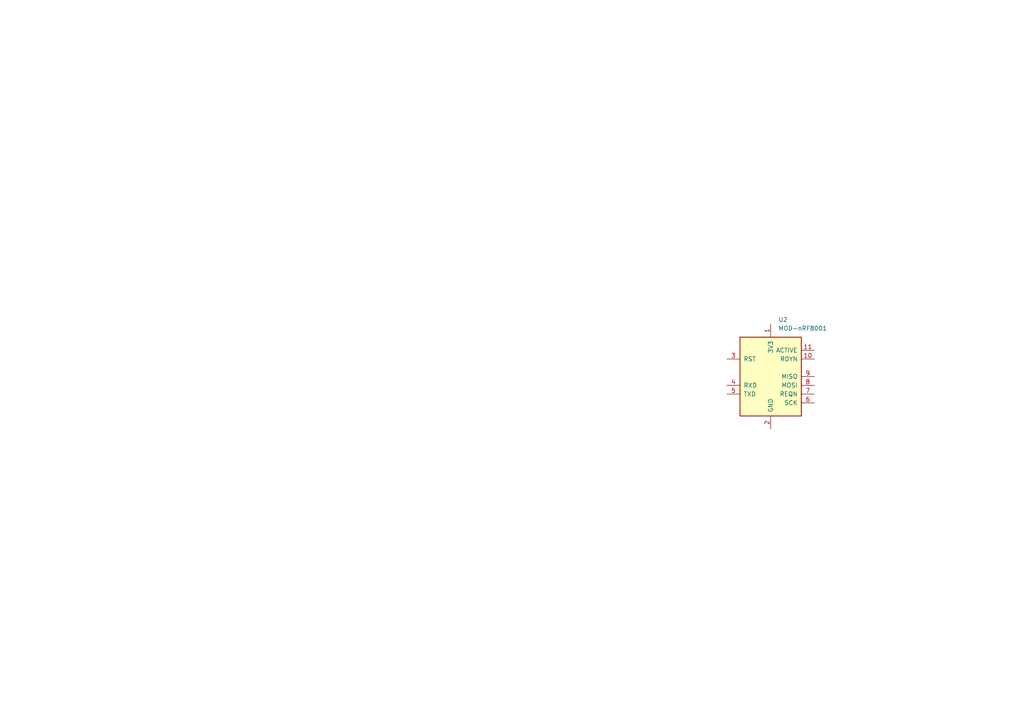
<source format=kicad_sch>
(kicad_sch (version 20230121) (generator eeschema)
  (paper "A4")
  (lib_symbols
    (symbol "Device:C_Polarized_US" (pin_numbers hide) (pin_names (offset 0.254) hide)
      (property "Reference" "C" (at 0.635 2.54 0))
      (property "Value" "C_Polarized_US" (at 0.635 -2.54 0))
      (symbol "C_Polarized_US_0_1"
        (polyline (pts (xy -2.032 0.762) (xy 2.032 0.762)) (stroke (width 0.508)))
        (polyline (pts (xy -1.778 2.286) (xy -0.762 2.286)))
        (polyline (pts (xy -1.27 1.778) (xy -1.27 2.794)))
        (arc (start 2.032 -1.27) (mid 0 -0.5572) (end -2.032 -1.27) (stroke (width 0.508)))
      )
      (symbol "C_Polarized_US_1_1"
        (pin passive line (at 0 3.81 270) (length 2.794) (name "~") (number "1"))
        (pin passive line (at 0 -3.81 90) (length 3.302) (name "~") (number "2"))
      )
    )
    (symbol "MCU_Microchip_SAMA:ATSAMA5D21"
      (property "Reference" "U" (at 0 63.5 0))
      (property "Value" "ATSAMA5D21" (at 0 60.96 0))
      (symbol "ATSAMA5D21_1_1"
        (rectangle (start 1.27 20.32) (end -5.08 -17.78) (fill (type background)))
        (pin bidirectional line (at 5.08 0 180) (length 3.81) (name "PA25") (number "L10"))
        (pin bidirectional line (at 5.08 17.78 180) (length 3.81) (name "PA18") (number "L9"))
        (pin bidirectional line (at 5.08 10.16 180) (length 3.81) (name "PA21") (number "M10"))
        (pin bidirectional line (at 5.08 -7.62 180) (length 3.81) (name "PA28") (number "M11"))
        (pin bidirectional line (at 5.08 -15.24 180) (length 3.81) (name "PA31") (number "M12"))
        (pin bidirectional line (at 5.08 12.7 180) (length 3.81) (name "PA20") (number "M9"))
        (pin bidirectional line (at 5.08 2.54 180) (length 3.81) (name "PA24") (number "N10"))
        (pin bidirectional line (at 5.08 -10.16 180) (length 3.81) (name "PA29") (number "N11"))
        (pin bidirectional line (at 5.08 -12.7 180) (length 3.81) (name "PA30") (number "N12"))
        (pin bidirectional line (at 5.08 15.24 180) (length 3.81) (name "PA19") (number "N9"))
        (pin bidirectional line (at 5.08 5.08 180) (length 3.81) (name "PA23") (number "P10"))
        (pin bidirectional line (at 5.08 -2.54 180) (length 3.81) (name "PA26") (number "P11"))
        (pin bidirectional line (at 5.08 -5.08 180) (length 3.81) (name "PA27") (number "P12"))
        (pin bidirectional line (at 5.08 7.62 180) (length 3.81) (name "PA22") (number "P9"))
      )
      (symbol "ATSAMA5D21_2_1"
        (rectangle (start -5.08 43.18) (end 1.27 -40.64) (stroke (width 0.254)) (fill (type background)))
        (pin bidirectional line (at 5.08 15.24 180) (length 3.81) (name "PB10") (number "A1"))
        (pin bidirectional line (at 5.08 20.32 180) (length 3.81) (name "PB8") (number "A2"))
        (pin bidirectional line (at 5.08 25.4 180) (length 3.81) (name "PB6") (number "A3"))
        (pin bidirectional line (at 5.08 30.48 180) (length 3.81) (name "PB4") (number "A4"))
        (pin bidirectional line (at 5.08 38.1 180) (length 3.81) (name "PB1") (number "A5"))
        (pin bidirectional line (at 5.08 40.64 180) (length 3.81) (name "PB0") (number "A6"))
        (pin bidirectional line (at 5.08 12.7 180) (length 3.81) (name "PB11") (number "B1"))
        (pin bidirectional line (at 5.08 10.16 180) (length 3.81) (name "PB12") (number "B2"))
        (pin bidirectional line (at 5.08 17.78 180) (length 3.81) (name "PB9") (number "B3"))
        (pin bidirectional line (at 5.08 22.86 180) (length 3.81) (name "PB7") (number "B4"))
        (pin bidirectional line (at 5.08 33.02 180) (length 3.81) (name "PB3") (number "B5"))
        (pin bidirectional line (at 5.08 35.56 180) (length 3.81) (name "PB2") (number "B6"))
        (pin bidirectional line (at 5.08 7.62 180) (length 3.81) (name "PB13") (number "C1"))
        (pin bidirectional line (at 5.08 -2.54 180) (length 3.81) (name "PB17") (number "C2"))
        (pin bidirectional line (at 5.08 -10.16 180) (length 3.81) (name "PB20") (number "C3"))
        (pin bidirectional line (at 5.08 -7.62 180) (length 3.81) (name "PB19") (number "C4"))
        (pin bidirectional line (at 5.08 0 180) (length 3.81) (name "PB16") (number "C5"))
        (pin bidirectional line (at 5.08 -12.7 180) (length 3.81) (name "PB21") (number "D1"))
        (pin bidirectional line (at 5.08 -15.24 180) (length 3.81) (name "PB22") (number "D2"))
        (pin bidirectional line (at 5.08 -20.32 180) (length 3.81) (name "PB24") (number "D3"))
        (pin bidirectional line (at 5.08 -5.08 180) (length 3.81) (name "PB18") (number "D4"))
        (pin bidirectional line (at 5.08 5.08 180) (length 3.81) (name "PB14") (number "D5"))
        (pin bidirectional line (at 5.08 27.94 180) (length 3.81) (name "PB5") (number "D6"))
        (pin bidirectional line (at 5.08 -17.78 180) (length 3.81) (name "PB23") (number "E1"))
        (pin bidirectional line (at 5.08 -25.4 180) (length 3.81) (name "PB26") (number "E2"))
        (pin bidirectional line (at 5.08 -22.86 180) (length 3.81) (name "PB25") (number "E3"))
        (pin bidirectional line (at 5.08 2.54 180) (length 3.81) (name "PB15") (number "E5"))
        (pin bidirectional line (at 5.08 -27.94 180) (length 3.81) (name "PB27") (number "E6"))
        (pin bidirectional line (at 5.08 -30.48 180) (length 3.81) (name "PB28") (number "F1"))
        (pin bidirectional line (at 5.08 -35.56 180) (length 3.81) (name "PB30") (number "F2"))
        (pin bidirectional line (at 5.08 -33.02 180) (length 3.81) (name "PB29") (number "F6"))
        (pin bidirectional line (at 5.08 -38.1 180) (length 3.81) (name "PB31") (number "F7"))
      )
      (symbol "ATSAMA5D21_3_1"
        (rectangle (start -5.08 -12.7) (end 1.27 12.7) (stroke (width 0.254)) (fill (type background)))
        (pin bidirectional line (at 5.08 -2.54 180) (length 3.81) (name "PC5") (number "J8"))
        (pin bidirectional line (at 5.08 -10.16 180) (length 3.81) (name "PC8") (number "J9"))
        (pin bidirectional line (at 5.08 2.54 180) (length 3.81) (name "PC3") (number "K10"))
        (pin bidirectional line (at 5.08 10.16 180) (length 3.81) (name "PC0") (number "M13"))
        (pin bidirectional line (at 5.08 -7.62 180) (length 3.81) (name "PC7") (number "M14"))
        (pin bidirectional line (at 5.08 5.08 180) (length 3.81) (name "PC2") (number "N13"))
        (pin bidirectional line (at 5.08 -5.08 180) (length 3.81) (name "PC6") (number "N14"))
        (pin bidirectional line (at 5.08 7.62 180) (length 3.81) (name "PC1") (number "P13"))
        (pin bidirectional line (at 5.08 0 180) (length 3.81) (name "PC4") (number "P14"))
      )
      (symbol "ATSAMA5D21_4_1"
        (rectangle (start -5.08 22.86) (end 1.27 -22.86) (stroke (width 0.254)) (fill (type background)))
        (pin bidirectional line (at 5.08 17.78 180) (length 3.81) (name "PD8") (number "F3"))
        (pin bidirectional line (at 5.08 20.32 180) (length 3.81) (name "PD7") (number "F5"))
        (pin bidirectional line (at 5.08 -2.54 180) (length 3.81) (name "PD16") (number "G1"))
        (pin bidirectional line (at 5.08 -5.08 180) (length 3.81) (name "PD17") (number "G2"))
        (pin bidirectional line (at 5.08 -7.62 180) (length 3.81) (name "PD18") (number "G3"))
        (pin bidirectional line (at 5.08 12.7 180) (length 3.81) (name "PD10") (number "G4"))
        (pin bidirectional line (at 5.08 15.24 180) (length 3.81) (name "PD9") (number "G5"))
        (pin bidirectional line (at 5.08 2.54 180) (length 3.81) (name "PD14") (number "G6"))
        (pin bidirectional line (at 5.08 10.16 180) (length 3.81) (name "PD11") (number "H1"))
        (pin bidirectional line (at 5.08 5.08 180) (length 3.81) (name "PD13") (number "H3"))
        (pin bidirectional line (at 5.08 -10.16 180) (length 3.81) (name "PD19") (number "H4"))
        (pin bidirectional line (at 5.08 0 180) (length 3.81) (name "PD15") (number "H5"))
        (pin bidirectional line (at 5.08 7.62 180) (length 3.81) (name "PD12") (number "H6"))
        (pin bidirectional line (at 5.08 -12.7 180) (length 3.81) (name "PD20") (number "J1"))
        (pin bidirectional line (at 5.08 -17.78 180) (length 3.81) (name "PD22") (number "J3"))
        (pin bidirectional line (at 5.08 -15.24 180) (length 3.81) (name "PD21") (number "K1"))
        (pin bidirectional line (at 5.08 -20.32 180) (length 3.81) (name "PD23") (number "K2"))
      )
      (symbol "ATSAMA5D21_5_1"
        (rectangle (start -13.97 11.43) (end 11.43 -8.89) (fill (type background)))
        (pin power_in line (at -7.62 15.24 270) (length 3.81) (name "VDDIOP0") (number "D7"))
        (pin power_in line (at -7.62 -12.7 90) (length 3.81) (name "GNDIOP0") (number "E4"))
        (pin passive line (at -7.62 -12.7 90) (length 3.81) hide (name "GNDIOP0") (number "E7"))
        (pin power_in line (at -10.16 15.24 270) (length 3.81) (name "VDDCORE") (number "E8"))
        (pin passive line (at -7.62 15.24 270) (length 3.81) hide (name "VDDIOP0") (number "F4"))
        (pin power_in line (at -10.16 -12.7 90) (length 3.81) (name "GNDCORE") (number "F8"))
        (pin passive line (at -10.16 -12.7 90) (length 3.81) hide (name "GNDCORE") (number "G7"))
        (pin passive line (at -10.16 15.24 270) (length 3.81) hide (name "VDDCORE") (number "G8"))
        (pin passive line (at -10.16 -12.7 90) (length 3.81) hide (name "GNDCORE") (number "G9"))
        (pin passive line (at 7.62 15.24 270) (length 3.81) hide (name "VDDANA") (number "H2"))
        (pin passive line (at -10.16 -12.7 90) (length 3.81) hide (name "GNDCORE") (number "H7"))
        (pin passive line (at -10.16 15.24 270) (length 3.81) hide (name "VDDCORE") (number "H8"))
        (pin passive line (at -10.16 15.24 270) (length 3.81) hide (name "VDDCORE") (number "H9"))
        (pin passive line (at 7.62 -12.7 90) (length 3.81) hide (name "GNDANA") (number "J2"))
        (pin passive line (at -10.16 -12.7 90) (length 3.81) hide (name "GNDCORE") (number "J4"))
        (pin passive line (at -10.16 15.24 270) (length 3.81) hide (name "VDDCORE") (number "J5"))
        (pin power_in line (at 7.62 15.24 270) (length 3.81) (name "VDDANA") (number "K3"))
        (pin power_in line (at 7.62 -12.7 90) (length 3.81) (name "GNDANA") (number "K4"))
        (pin power_in line (at -5.08 15.24 270) (length 3.81) (name "VDDIOP1") (number "K8"))
        (pin power_in line (at -5.08 -12.7 90) (length 3.81) (name "GNDIOP1") (number "K9"))
        (pin passive line (at -5.08 15.24 270) (length 3.81) hide (name "VDDIOP1") (number "L11"))
        (pin passive line (at -5.08 -12.7 90) (length 3.81) hide (name "GNDIOP1") (number "L12"))
        (pin power_in line (at 5.08 15.24 270) (length 3.81) (name "ADVREF") (number "L2"))
        (pin power_in line (at 2.54 -12.7 90) (length 3.81) (name "GNDDPLL") (number "L6"))
        (pin power_in line (at 0 15.24 270) (length 3.81) (name "VDDPLLA") (number "P3"))
        (pin power_in line (at 0 -12.7 90) (length 3.81) (name "GNDPLLA") (number "P4"))
      )
      (symbol "ATSAMA5D21_6_1"
        (rectangle (start -16.51 44.45) (end 13.97 -46.99) (fill (type background)))
        (pin bidirectional line (at -20.32 20.32 0) (length 3.81) (name "DDR_D6") (number "A10"))
        (pin output line (at 17.78 7.62 180) (length 3.81) (name "DDR_A11") (number "A11"))
        (pin output line (at 17.78 27.94 180) (length 3.81) (name "DDR_A3") (number "A12"))
        (pin output line (at 17.78 -2.54 180) (length 3.81) (name "DDR_CLK") (number "A13"))
        (pin output line (at 17.78 -15.24 180) (length 3.81) (name "DDR_WE") (number "A14"))
        (pin bidirectional line (at -20.32 33.02 0) (length 3.81) (name "DDR_D1") (number "A7"))
        (pin output line (at 17.78 -33.02 180) (length 3.81) (name "DDR_DQSN0") (number "A8"))
        (pin bidirectional line (at -20.32 25.4 0) (length 3.81) (name "DDR_D4") (number "A9"))
        (pin bidirectional line (at -20.32 17.78 0) (length 3.81) (name "DDR_D7") (number "B10"))
        (pin output line (at 17.78 5.08 180) (length 3.81) (name "DDR_A12") (number "B11"))
        (pin output line (at 17.78 30.48 180) (length 3.81) (name "DDR_A2") (number "B12"))
        (pin output line (at 17.78 -5.08 180) (length 3.81) (name "DDR_CLKN") (number "B13"))
        (pin output line (at 17.78 20.32 180) (length 3.81) (name "DDR_A6") (number "B14"))
        (pin bidirectional line (at -20.32 35.56 0) (length 3.81) (name "DDR_D0") (number "B7"))
        (pin output line (at 17.78 -27.94 180) (length 3.81) (name "DDR_DQS0") (number "B8"))
        (pin bidirectional line (at -20.32 27.94 0) (length 3.81) (name "DDR_D3") (number "B9"))
        (pin output line (at 17.78 15.24 180) (length 3.81) (name "DDR_A8") (number "C10"))
        (pin output line (at 17.78 33.02 180) (length 3.81) (name "DDR_A1") (number "C11"))
        (pin power_in line (at 0 48.26 270) (length 3.81) (name "DDR_VREF") (number "C12"))
        (pin output line (at 17.78 -20.32 180) (length 3.81) (name "DDR_CAS") (number "C13"))
        (pin output line (at 17.78 -17.78 180) (length 3.81) (name "DDR_RAS") (number "C14"))
        (pin power_in line (at -5.08 48.26 270) (length 3.81) (name "VDDIODDR") (number "C6"))
        (pin power_in line (at -5.08 -50.8 90) (length 3.81) (name "GNDIODDR") (number "C7"))
        (pin bidirectional line (at -20.32 30.48 0) (length 3.81) (name "DDR_D2") (number "C8"))
        (pin bidirectional line (at -20.32 22.86 0) (length 3.81) (name "DDR_D5") (number "C9"))
        (pin output line (at 17.78 12.7 180) (length 3.81) (name "DDR_A9") (number "D10"))
        (pin output line (at 17.78 25.4 180) (length 3.81) (name "DDR_A4") (number "D11"))
        (pin passive line (at -5.08 -50.8 90) (length 3.81) hide (name "GNDIODDR") (number "D12"))
        (pin output line (at 17.78 40.64 180) (length 3.81) (name "~{DDR_RESET}") (number "D13"))
        (pin output line (at 17.78 22.86 180) (length 3.81) (name "DDR_A5") (number "D14"))
        (pin output line (at 17.78 -22.86 180) (length 3.81) (name "DDR_DQM0") (number "D8"))
        (pin output line (at 17.78 17.78 180) (length 3.81) (name "DDR_A7") (number "D9"))
        (pin passive line (at -5.08 48.26 270) (length 3.81) hide (name "VDDIODDR") (number "E10"))
        (pin output line (at 17.78 35.56 180) (length 3.81) (name "DDR_A0") (number "E11"))
        (pin passive line (at -5.08 48.26 270) (length 3.81) hide (name "VDDIODDR") (number "E12"))
        (pin output line (at 17.78 2.54 180) (length 3.81) (name "DDR_A13") (number "E13"))
        (pin output line (at 17.78 -7.62 180) (length 3.81) (name "DDR_CKE") (number "E14"))
        (pin passive line (at -5.08 -50.8 90) (length 3.81) hide (name "GNDIODDR") (number "E9"))
        (pin input line (at -20.32 40.64 0) (length 3.81) (name "DDR_CAL") (number "F10"))
        (pin output line (at 17.78 -12.7 180) (length 3.81) (name "DDR_CS") (number "F11"))
        (pin passive line (at -5.08 -50.8 90) (length 3.81) hide (name "GNDIODDR") (number "F12"))
        (pin output line (at 17.78 -38.1 180) (length 3.81) (name "DDR_BA0") (number "F13"))
        (pin output line (at 17.78 -43.18 180) (length 3.81) (name "DDR_BA2") (number "F14"))
        (pin output line (at 17.78 10.16 180) (length 3.81) (name "DDR_A10") (number "F9"))
        (pin passive line (at -5.08 48.26 270) (length 3.81) hide (name "VDDIODDR") (number "G10"))
        (pin passive line (at -5.08 -50.8 90) (length 3.81) hide (name "GNDIODDR") (number "G11"))
        (pin passive line (at -5.08 48.26 270) (length 3.81) hide (name "VDDIODDR") (number "G12"))
        (pin output line (at 17.78 -40.64 180) (length 3.81) (name "DDR_BA1") (number "G13"))
        (pin output line (at 17.78 -25.4 180) (length 3.81) (name "DDR_DQM1") (number "G14"))
        (pin passive line (at -5.08 -50.8 90) (length 3.81) hide (name "GNDIODDR") (number "H10"))
        (pin passive line (at -5.08 48.26 270) (length 3.81) hide (name "VDDIODDR") (number "H11"))
        (pin passive line (at 0 48.26 270) (length 3.81) hide (name "DDR_VREF") (number "H12"))
        (pin bidirectional line (at -20.32 15.24 0) (length 3.81) (name "DDR_D8") (number "H13"))
        (pin bidirectional line (at -20.32 12.7 0) (length 3.81) (name "DDR_D9") (number "H14"))
        (pin passive line (at -5.08 48.26 270) (length 3.81) hide (name "VDDIODDR") (number "J10"))
        (pin passive line (at -5.08 -50.8 90) (length 3.81) hide (name "GNDIODDR") (number "J11"))
        (pin bidirectional line (at -20.32 0 0) (length 3.81) (name "DDR_D14") (number "J12"))
        (pin bidirectional line (at -20.32 10.16 0) (length 3.81) (name "DDR_D10") (number "J13"))
        (pin bidirectional line (at -20.32 7.62 0) (length 3.81) (name "DDR_D11") (number "J14"))
        (pin bidirectional line (at -20.32 -2.54 0) (length 3.81) (name "DDR_D15") (number "K12"))
        (pin output line (at 17.78 -35.56 180) (length 3.81) (name "DDR_DQSN1") (number "K13"))
        (pin output line (at 17.78 -30.48 180) (length 3.81) (name "DDR_DQS1") (number "K14"))
        (pin bidirectional line (at -20.32 5.08 0) (length 3.81) (name "DDR_D12") (number "L13"))
        (pin bidirectional line (at -20.32 2.54 0) (length 3.81) (name "DDR_D13") (number "L14"))
      )
      (symbol "ATSAMA5D21_7_1"
        (rectangle (start -13.97 11.43) (end 11.43 -11.43) (fill (type background)))
        (pin power_in line (at -5.08 15.24 270) (length 3.81) (name "VDDFUSE") (number "K11"))
        (pin power_in line (at 0 15.24 270) (length 3.81) (name "VDDUTMII") (number "K7"))
        (pin power_in line (at 2.54 15.24 270) (length 3.81) (name "VBG") (number "L7"))
        (pin power_in line (at 0 -15.24 90) (length 3.81) (name "GNDUTMII") (number "L8"))
        (pin power_in line (at -2.54 15.24 270) (length 3.81) (name "VDDUTMIC") (number "M7"))
        (pin power_in line (at -2.54 -15.24 90) (length 3.81) (name "GNDUTMIC") (number "M8"))
        (pin bidirectional line (at -17.78 0 0) (length 3.81) (name "HHSDPA") (number "N7"))
        (pin bidirectional line (at 15.24 0 180) (length 3.81) (name "HHSDPB") (number "N8"))
        (pin bidirectional line (at -17.78 -2.54 0) (length 3.81) (name "HHSDMA") (number "P7"))
        (pin bidirectional line (at 15.24 -2.54 180) (length 3.81) (name "HHSDMB") (number "P8"))
      )
      (symbol "ATSAMA5D21_8_1"
        (rectangle (start -11.43 16.51) (end 11.43 -16.51) (fill (type background)))
        (pin bidirectional line (at 15.24 12.7 180) (length 3.81) (name "PIOBU0") (number "K5"))
        (pin output line (at -15.24 7.62 0) (length 3.81) (name "XOUT32") (number "L1"))
        (pin bidirectional line (at 15.24 10.16 180) (length 3.81) (name "PIOBU1") (number "L3"))
        (pin input line (at -15.24 -2.54 0) (length 3.81) (name "JTAGSEL") (number "L4"))
        (pin bidirectional line (at 15.24 2.54 180) (length 3.81) (name "PIOBU4") (number "L5"))
        (pin input line (at -15.24 12.7 0) (length 3.81) (name "XIN32") (number "M1"))
        (pin input line (at -15.24 0 0) (length 3.81) (name "TST") (number "M2"))
        (pin bidirectional line (at 15.24 7.62 180) (length 3.81) (name "PIOBU2") (number "M3"))
        (pin power_in line (at 0 20.32 270) (length 3.81) (name "VDDBU") (number "M4"))
        (pin power_in line (at 0 -20.32 90) (length 3.81) (name "GNDBU") (number "M5"))
        (pin bidirectional line (at 15.24 0 180) (length 3.81) (name "PIOBU5") (number "M6"))
        (pin output line (at 15.24 -5.08 180) (length 3.81) (name "SHDN") (number "N1"))
        (pin input line (at -15.24 -10.16 0) (length 3.81) (name "COMPP") (number "N2"))
        (pin input line (at -15.24 2.54 0) (length 3.81) (name "~{RST}") (number "N3"))
        (pin bidirectional line (at 15.24 5.08 180) (length 3.81) (name "PIOBU3") (number "N4"))
        (pin input line (at -15.24 -5.08 0) (length 3.81) (name "WKUP") (number "P1"))
        (pin input line (at -15.24 -12.7 0) (length 3.81) (name "COMPN") (number "P2"))
      )
      (symbol "ATSAMA5D21_9_1"
        (rectangle (start -7.62 16.51) (end 3.81 -16.51) (fill (type background)))
        (pin power_in line (at -2.54 -20.32 90) (length 3.81) (name "GNDAUDIOPLL") (number "J6"))
        (pin output line (at 7.62 0 180) (length 3.81) (name "CLK_AUDIO") (number "J7"))
        (pin power_in line (at -2.54 20.32 270) (length 3.81) (name "VDDAUDIOPLL") (number "K6"))
      )
      (symbol "ATSAMA5D21_10_1"
        (rectangle (start -3.81 6.35) (end 6.35 -6.35) (fill (type background)))
        (pin power_in line (at 0 10.16 270) (length 3.81) (name "VDDOSC") (number "N5"))
        (pin power_in line (at -2.54 -10.16 90) (length 3.81) (name "GNDOSC") (number "N6"))
        (pin input line (at 10.16 2.54 180) (length 3.81) (name "XIN") (number "P5"))
        (pin output line (at 10.16 -2.54 180) (length 3.81) (name "XOUT") (number "P6"))
      )
    )
    (symbol "Memory_RAM:AS4C256M16D3"
      (property "Reference" "U" (at -13.97 41.91 0))
      (property "Value" "AS4C256M16D3" (at 13.97 41.91 0))
      (symbol "AS4C256M16D3_0_1"
        (rectangle (start -15.24 -40.64) (end 15.24 40.64) (stroke (width 0.254)) (fill (type background)))
        (pin power_in line (at 0 43.18 270) (length 2.54) (name "VDDQ") (number "A1"))
        (pin passive line (at 0 43.18 270) (length 2.54) hide (name "VDDQ") (number "A8"))
        (pin power_in line (at -2.54 -43.18 90) (length 2.54) (name "VSS") (number "A9"))
        (pin power_in line (at 0 -43.18 90) (length 2.54) (name "VSSQ") (number "B1"))
        (pin power_in line (at -2.54 43.18 270) (length 2.54) (name "VDD") (number "B2"))
        (pin passive line (at -2.54 -43.18 90) (length 2.54) hide (name "VSS") (number "B3"))
        (pin passive line (at 0 -43.18 90) (length 2.54) hide (name "VSSQ") (number "B9"))
        (pin passive line (at 0 43.18 270) (length 2.54) hide (name "VDDQ") (number "C1"))
        (pin passive line (at 0 43.18 270) (length 2.54) hide (name "VDDQ") (number "C9"))
        (pin passive line (at 0 -43.18 90) (length 2.54) hide (name "VSSQ") (number "D1"))
        (pin passive line (at 0 43.18 270) (length 2.54) hide (name "VDDQ") (number "D2"))
        (pin passive line (at 0 -43.18 90) (length 2.54) hide (name "VSSQ") (number "D8"))
        (pin passive line (at -2.54 43.18 270) (length 2.54) hide (name "VDD") (number "D9"))
        (pin passive line (at -2.54 -43.18 90) (length 2.54) hide (name "VSS") (number "E1"))
        (pin passive line (at 0 -43.18 90) (length 2.54) hide (name "VSSQ") (number "E2"))
        (pin bidirectional line (at 17.78 38.1 180) (length 2.54) (name "DQ0") (number "E3"))
        (pin passive line (at 0 -43.18 90) (length 2.54) hide (name "VSSQ") (number "E8"))
        (pin passive line (at 0 43.18 270) (length 2.54) hide (name "VDDQ") (number "E9"))
        (pin passive line (at 0 43.18 270) (length 2.54) hide (name "VDDQ") (number "F1"))
        (pin bidirectional line (at 17.78 33.02 180) (length 2.54) (name "DQ2") (number "F2"))
        (pin bidirectional line (at 17.78 35.56 180) (length 2.54) (name "DQ1") (number "F7"))
        (pin bidirectional line (at 17.78 30.48 180) (length 2.54) (name "DQ3") (number "F8"))
        (pin passive line (at 0 -43.18 90) (length 2.54) hide (name "VSSQ") (number "F9"))
        (pin passive line (at 0 -43.18 90) (length 2.54) hide (name "VSSQ") (number "G1"))
        (pin bidirectional line (at 17.78 22.86 180) (length 2.54) (name "DQ6") (number "G2"))
        (pin passive line (at -2.54 43.18 270) (length 2.54) hide (name "VDD") (number "G7"))
        (pin passive line (at -2.54 -43.18 90) (length 2.54) hide (name "VSS") (number "G8"))
        (pin passive line (at 0 -43.18 90) (length 2.54) hide (name "VSSQ") (number "G9"))
        (pin power_in line (at 2.54 43.18 270) (length 2.54) (name "VREFDQ") (number "H1"))
        (pin passive line (at 0 43.18 270) (length 2.54) hide (name "VDDQ") (number "H2"))
        (pin bidirectional line (at 17.78 27.94 180) (length 2.54) (name "DQ4") (number "H3"))
        (pin bidirectional line (at 17.78 20.32 180) (length 2.54) (name "DQ7") (number "H7"))
        (pin bidirectional line (at 17.78 25.4 180) (length 2.54) (name "DQ5") (number "H8"))
        (pin passive line (at 0 43.18 270) (length 2.54) hide (name "VDDQ") (number "H9"))
        (pin passive line (at -2.54 -43.18 90) (length 2.54) hide (name "VSS") (number "J2"))
        (pin passive line (at -2.54 -43.18 90) (length 2.54) hide (name "VSS") (number "J8"))
        (pin passive line (at -2.54 43.18 270) (length 2.54) hide (name "VDD") (number "K2"))
        (pin passive line (at -2.54 43.18 270) (length 2.54) hide (name "VDD") (number "K8"))
        (pin input line (at -17.78 -25.4 0) (length 2.54) (name "~{CS}") (number "L2"))
        (pin input line (at -17.78 12.7 0) (length 2.54) (name "A10/AP") (number "L7"))
        (pin passive line (at -2.54 -43.18 90) (length 2.54) hide (name "VSS") (number "M1"))
        (pin passive line (at -2.54 -43.18 90) (length 2.54) hide (name "VSS") (number "M9"))
        (pin passive line (at -2.54 43.18 270) (length 2.54) hide (name "VDD") (number "N1"))
        (pin input line (at -17.78 30.48 0) (length 2.54) (name "A3") (number "N2"))
        (pin input line (at -17.78 38.1 0) (length 2.54) (name "A0") (number "N3"))
        (pin input line (at -17.78 7.62 0) (length 2.54) (name "A12/~{BC}") (number "N7"))
        (pin passive line (at -2.54 43.18 270) (length 2.54) hide (name "VDD") (number "N9"))
        (pin passive line (at -2.54 -43.18 90) (length 2.54) hide (name "VSS") (number "P1"))
        (pin input line (at -17.78 25.4 0) (length 2.54) (name "A5") (number "P2"))
        (pin input line (at -17.78 33.02 0) (length 2.54) (name "A2") (number "P3"))
        (pin input line (at -17.78 35.56 0) (length 2.54) (name "A1") (number "P7"))
        (pin input line (at -17.78 27.94 0) (length 2.54) (name "A4") (number "P8"))
        (pin passive line (at -2.54 -43.18 90) (length 2.54) hide (name "VSS") (number "P9"))
        (pin passive line (at -2.54 43.18 270) (length 2.54) hide (name "VDD") (number "R1"))
        (pin input line (at -17.78 20.32 0) (length 2.54) (name "A7") (number "R2"))
        (pin input line (at -17.78 15.24 0) (length 2.54) (name "A9") (number "R3"))
        (pin input line (at -17.78 10.16 0) (length 2.54) (name "A11") (number "R7"))
        (pin input line (at -17.78 22.86 0) (length 2.54) (name "A6") (number "R8"))
        (pin passive line (at -2.54 43.18 270) (length 2.54) hide (name "VDD") (number "R9"))
        (pin passive line (at -2.54 -43.18 90) (length 2.54) hide (name "VSS") (number "T1"))
        (pin input line (at -17.78 -22.86 0) (length 2.54) (name "~{RESET}") (number "T2"))
        (pin input line (at -17.78 5.08 0) (length 2.54) (name "A13") (number "T3"))
        (pin input line (at -17.78 2.54 0) (length 2.54) (name "A14") (number "T7"))
        (pin input line (at -17.78 17.78 0) (length 2.54) (name "A8") (number "T8"))
        (pin passive line (at -2.54 -43.18 90) (length 2.54) hide (name "VSS") (number "T9"))
      )
      (symbol "AS4C256M16D3_1_1"
        (text "DDR3" (at -3.81 3.81 0) (effects (font (size 2.1336 2.1336)) (justify left bottom)))
        (pin bidirectional line (at 17.78 5.08 180) (length 2.54) (name "DQ13") (number "A2"))
        (pin bidirectional line (at 17.78 0 180) (length 2.54) (name "DQ15") (number "A3"))
        (pin bidirectional line (at 17.78 7.62 180) (length 2.54) (name "DQ12") (number "A7"))
        (pin bidirectional line (at 17.78 -20.32 180) (length 2.54) (name "~{UDQS}") (number "B7"))
        (pin bidirectional line (at 17.78 2.54 180) (length 2.54) (name "DQ14") (number "B8"))
        (pin bidirectional line (at 17.78 10.16 180) (length 2.54) (name "DQ11") (number "C2"))
        (pin bidirectional line (at 17.78 15.24 180) (length 2.54) (name "DQ9") (number "C3"))
        (pin bidirectional line (at 17.78 -17.78 180) (length 2.54) (name "UDQS") (number "C7"))
        (pin bidirectional line (at 17.78 12.7 180) (length 2.54) (name "DQ10") (number "C8"))
        (pin input line (at 17.78 -7.62 180) (length 2.54) (name "UDM") (number "D3"))
        (pin bidirectional line (at 17.78 17.78 180) (length 2.54) (name "DQ8") (number "D7"))
        (pin input line (at 17.78 -5.08 180) (length 2.54) (name "LDM") (number "E7"))
        (pin bidirectional line (at 17.78 -12.7 180) (length 2.54) (name "LDQS") (number "F3"))
        (pin bidirectional line (at 17.78 -15.24 180) (length 2.54) (name "~{LDQS}") (number "G3"))
        (pin no_connect line (at 15.24 -27.94 180) (length 2.54) hide (name "NC") (number "J1"))
        (pin input line (at -17.78 -27.94 0) (length 2.54) (name "~{RAS}") (number "J3"))
        (pin input line (at -17.78 -12.7 0) (length 2.54) (name "CK") (number "J7"))
        (pin no_connect line (at 15.24 -30.48 180) (length 2.54) hide (name "NC") (number "J9"))
        (pin input line (at -17.78 -35.56 0) (length 2.54) (name "ODT") (number "K1"))
        (pin input line (at -17.78 -30.48 0) (length 2.54) (name "~{CAS}") (number "K3"))
        (pin input line (at -17.78 -15.24 0) (length 2.54) (name "~{CK}") (number "K7"))
        (pin input line (at -17.78 -17.78 0) (length 2.54) (name "CKE") (number "K9"))
        (pin no_connect line (at 15.24 -33.02 180) (length 2.54) hide (name "NC") (number "L1"))
        (pin input line (at -17.78 -33.02 0) (length 2.54) (name "~{WE}") (number "L3"))
        (pin input line (at 17.78 -25.4 180) (length 2.54) (name "ZQ") (number "L8"))
        (pin no_connect line (at 15.24 -35.56 180) (length 2.54) hide (name "NC") (number "L9"))
        (pin input line (at -17.78 -2.54 0) (length 2.54) (name "BA0") (number "M2"))
        (pin input line (at -17.78 -7.62 0) (length 2.54) (name "BA2") (number "M3"))
        (pin no_connect line (at 15.24 -38.1 180) (length 2.54) hide (name "NC") (number "M7"))
        (pin power_in line (at 5.08 43.18 270) (length 2.54) (name "VREFCA") (number "M8"))
        (pin input line (at -17.78 -5.08 0) (length 2.54) (name "BA1") (number "N8"))
      )
    )
    (symbol "RF_Bluetooth:MOD-nRF8001" (pin_names (offset 1.016))
      (property "Reference" "U" (at -7.62 12.7 0))
      (property "Value" "MOD-nRF8001" (at 7.62 -12.7 0))
      (symbol "MOD-nRF8001_0_1"
        (rectangle (start -8.89 11.43) (end 8.89 -11.43) (stroke (width 0.254)) (fill (type background)))
      )
      (symbol "MOD-nRF8001_1_1"
        (pin power_in line (at 0 15.24 270) (length 3.81) (name "3V3") (number "1"))
        (pin output line (at 12.7 5.08 180) (length 3.81) (name "RDYN") (number "10"))
        (pin output line (at 12.7 7.62 180) (length 3.81) (name "ACTIVE") (number "11"))
        (pin power_in line (at 0 -15.24 90) (length 3.81) (name "GND") (number "2"))
        (pin input line (at -12.7 5.08 0) (length 3.81) (name "RST") (number "3"))
        (pin input line (at -12.7 -2.54 0) (length 3.81) (name "RXD") (number "4"))
        (pin output line (at -12.7 -5.08 0) (length 3.81) (name "TXD") (number "5"))
        (pin input line (at 12.7 -7.62 180) (length 3.81) (name "SCK") (number "6"))
        (pin input line (at 12.7 -5.08 180) (length 3.81) (name "REQN") (number "7"))
        (pin input line (at 12.7 -2.54 180) (length 3.81) (name "MOSI") (number "8"))
        (pin output line (at 12.7 0 180) (length 3.81) (name "MISO") (number "9"))
      )
    )
    (symbol "Regulator_Linear:AZ1117-1.2" (pin_names (offset 0.254))
      (property "Reference" "U" (at -3.81 3.175 0))
      (property "Value" "AZ1117-1.2" (at 0 3.175 0))
      (symbol "AZ1117-1.2_0_1"
        (rectangle (start -5.08 1.905) (end 5.08 -5.08) (stroke (width 0.254)) (fill (type background)))
      )
      (symbol "AZ1117-1.2_1_1"
        (pin power_in line (at 0 -7.62 90) (length 2.54) (name "GND") (number "1"))
        (pin power_out line (at 7.62 0 180) (length 2.54) (name "VO") (number "2"))
        (pin power_in line (at -7.62 0 0) (length 2.54) (name "VI") (number "3"))
      )
    )
    (symbol "Regulator_Linear:AZ1117-1.5" (pin_names (offset 0.254))
      (property "Reference" "U" (at -3.81 3.175 0))
      (property "Value" "AZ1117-1.5" (at 0 3.175 0))
      (symbol "AZ1117-1.5_0_1"
        (rectangle (start -5.08 1.905) (end 5.08 -5.08) (stroke (width 0.254)) (fill (type background)))
      )
      (symbol "AZ1117-1.5_1_1"
        (pin power_in line (at 0 -7.62 90) (length 2.54) (name "GND") (number "1"))
        (pin power_out line (at 7.62 0 180) (length 2.54) (name "VO") (number "2"))
        (pin power_in line (at -7.62 0 0) (length 2.54) (name "VI") (number "3"))
      )
    )
    (symbol "Regulator_Linear:AZ1117-2.5" (pin_names (offset 0.254))
      (property "Reference" "U" (at -3.81 3.175 0))
      (property "Value" "AZ1117-2.5" (at 0 3.175 0))
      (symbol "AZ1117-2.5_0_1"
        (rectangle (start -5.08 1.905) (end 5.08 -5.08) (stroke (width 0.254)) (fill (type background)))
      )
      (symbol "AZ1117-2.5_1_1"
        (pin power_in line (at 0 -7.62 90) (length 2.54) (name "GND") (number "1"))
        (pin power_out line (at 7.62 0 180) (length 2.54) (name "VO") (number "2"))
        (pin power_in line (at -7.62 0 0) (length 2.54) (name "VI") (number "3"))
      )
    )
    (symbol "Regulator_Linear:AZ1117-3.3" (pin_names (offset 0.254))
      (property "Reference" "U" (at -3.81 3.175 0))
      (property "Value" "AZ1117-3.3" (at 0 3.175 0))
      (symbol "AZ1117-3.3_0_1"
        (rectangle (start -5.08 1.905) (end 5.08 -5.08) (stroke (width 0.254)) (fill (type background)))
      )
      (symbol "AZ1117-3.3_1_1"
        (pin power_in line (at 0 -7.62 90) (length 2.54) (name "GND") (number "1"))
        (pin power_out line (at 7.62 0 180) (length 2.54) (name "VO") (number "2"))
        (pin power_in line (at -7.62 0 0) (length 2.54) (name "VI") (number "3"))
      )
    )
    (symbol "power:Earth" (power) (pin_names (offset 0))
      (symbol "Earth_0_1"
        (polyline (pts (xy -0.635 -1.905) (xy 0.635 -1.905)))
        (polyline (pts (xy -0.127 -2.54) (xy 0.127 -2.54)))
        (polyline (pts (xy 0 -1.27) (xy 0 0)))
        (polyline (pts (xy 1.27 -1.27) (xy -1.27 -1.27)))
      )
      (symbol "Earth_1_1"
        (pin power_in line (at 0 0 270) (length 0) hide (name "Earth") (number "1"))
      )
    )
  )
  (junction (at 449.58 87.63))
  (junction (at 449.58 52.07))
  (junction (at 495.3 154.94))
  (junction (at 524.51 181.61))
  (junction (at 474.98 154.94))
  (junction (at 519.43 181.61))
  (junction (at 449.58 69.85))
  (junction (at 449.58 123.19))
  (junction (at 443.23 170.18))
  (junction (at 449.58 105.41))
  (junction (at 521.97 181.61))
  (bus_entry (at 548.64 224.79) (size 2.54 2.54))
  (wire (pts (xy 447.04 105.41) (xy 449.58 105.41)))
  (wire (pts (xy 449.58 87.63) (xy 453.39 87.63)))
  (wire (pts (xy 449.58 105.41) (xy 453.39 105.41)))
  (wire (pts (xy 427.99 105.41) (xy 431.8 105.41)))
  (wire (pts (xy 427.99 52.07) (xy 431.8 52.07)))
  (wire (pts (xy 519.43 181.61) (xy 521.97 181.61)))
  (wire (pts (xy 443.23 167.64) (xy 443.23 170.18)))
  (wire (pts (xy 447.04 87.63) (xy 449.58 87.63)))
  (bus (pts (xy 474.98 154.94) (xy 495.3 154.94)))
  (bus (pts (xy 551.18 154.94) (xy 551.18 227.33)))
  (wire (pts (xy 443.23 170.18) (xy 448.31 170.18)))
  (wire (pts (xy 519.43 179.07) (xy 519.43 181.61)))
  (wire (pts (xy 427.99 69.85) (xy 431.8 69.85)))
  (wire (pts (xy 524.51 181.61) (xy 527.05 181.61)))
  (bus (pts (xy 495.3 154.94) (xy 551.18 154.94)))
  (bus (pts (xy 474.98 154.94) (xy 474.98 261.62)))
  (bus (pts (xy 495.3 154.94) (xy 495.3 232.41)))
  (wire (pts (xy 449.58 52.07) (xy 453.39 52.07)))
  (wire (pts (xy 449.58 69.85) (xy 453.39 69.85)))
  (wire (pts (xy 447.04 52.07) (xy 449.58 52.07)))
  (wire (pts (xy 427.99 87.63) (xy 431.8 87.63)))
  (wire (pts (xy 449.58 123.19) (xy 453.39 123.19)))
  (wire (pts (xy 427.99 123.19) (xy 431.8 123.19)))
  (bus (pts (xy 403.86 154.94) (xy 474.98 154.94)))
  (wire (pts (xy 447.04 69.85) (xy 449.58 69.85)))
  (wire (pts (xy 521.97 181.61) (xy 524.51 181.61)))
  (wire (pts (xy 447.04 123.19) (xy 449.58 123.19)))
  (bus (pts (xy 403.86 154.94) (xy 403.86 220.98)))
  (label "ddr-bus" (at 483.87 154.94 0))
  (global_label "1v5_DDR" (shape input) (at 519.43 179.07 90) (property "Intersheetrefs" "${INTERSHEET_REFS}" (effects hide)))
  (global_label "1v2" (shape output) (at 453.39 105.41 0) (property "Intersheetrefs" "${INTERSHEET_REFS}" (effects hide)))
  (global_label "1v2_VCORE" (shape output) (at 453.39 52.07 0) (property "Intersheetrefs" "${INTERSHEET_REFS}" (effects hide)))
  (global_label "3v3" (shape output) (at 453.39 69.85 0) (property "Intersheetrefs" "${INTERSHEET_REFS}" (effects hide)))
  (global_label "2v5_VDDFUSE" (shape output) (at 453.39 87.63 0) (property "Intersheetrefs" "${INTERSHEET_REFS}" (effects hide)))
  (global_label "1v5_DDR" (shape output) (at 453.39 123.19 0) (property "Intersheetrefs" "${INTERSHEET_REFS}" (effects hide)))
  (global_label "1v5_DDR" (shape input) (at 443.23 167.64 90) (property "Intersheetrefs" "${INTERSHEET_REFS}" (effects hide)))
  (symbol (lib_id "power:Earth") (at 449.58 95.25 0) (unit 1)
    (property "Reference" "#PWR09" (effects hide))
    (property "Value" "Earth" (effects hide))
  )
  (symbol (lib_id "Regulator_Linear:AZ1117-3.3") (at 439.42 69.85 0) (unit 1)
    (property "Reference" "U1" (at 439.42 63.5 0))
    (property "Value" "AZ1117-3.3" (at 439.42 66.04 0))
    (property "Footprint" "Package_TO_SOT_SMD:SOT-89-3_Handsoldering" (at 439.42 63.5 0) (effects (font italic)))
    (property "Datasheet" "https://www.diodes.com/assets/Datasheets/AZ1117.pdf" (effects hide))
  )
  (symbol (lib_id "MCU_Microchip_SAMA:ATSAMA5D21") (at 791.21 21.59 0) (unit 10)
    (property "Reference" "U4" (at 786.13 20.32 0) (effects (justify right)))
    (property "Value" "ATSAMA5D21" (at 786.13 22.86 0) (effects (justify right)))
    (property "Footprint" "Package_BGA:Microchip_TFBGA-196_11x11mm_Layout14x14_P0.75mm_SMD" (effects hide))
    (property "Datasheet" "http://ww1.microchip.com/downloads/en/DeviceDoc/SAMA5D2-Series-Data-Sheet-DS60001476C.pdf" (effects hide))
  )
  (symbol (lib_id "power:Earth") (at 449.58 59.69 0) (unit 1)
    (property "Reference" "#PWR015" (effects hide))
    (property "Value" "Earth" (effects hide))
  )
  (symbol (lib_id "Regulator_Linear:AZ1117-1.2") (at 439.42 52.07 0) (unit 1)
    (property "Reference" "U10" (at 439.42 45.72 0))
    (property "Value" "AZ1117-1.2" (at 439.42 48.26 0))
    (property "Footprint" "Package_TO_SOT_SMD:SOT-89-3_Handsoldering" (at 439.42 45.72 0) (effects (font italic)))
    (property "Datasheet" "https://www.diodes.com/assets/Datasheets/AZ1117.pdf" (effects hide))
  )
  (symbol (lib_id "power:Earth") (at 449.58 77.47 0) (unit 1)
    (property "Reference" "#PWR012" (effects hide))
    (property "Value" "Earth" (effects hide))
  )
  (symbol (lib_id "MCU_Microchip_SAMA:ATSAMA5D21") (at 769.62 46.99 0) (unit 9)
    (property "Reference" "U4" (at 760.73 45.72 0) (effects (justify right)))
    (property "Value" "ATSAMA5D21" (at 760.73 48.26 0) (effects (justify right)))
    (property "Footprint" "Package_BGA:Microchip_TFBGA-196_11x11mm_Layout14x14_P0.75mm_SMD" (effects hide))
    (property "Datasheet" "http://ww1.microchip.com/downloads/en/DeviceDoc/SAMA5D2-Series-Data-Sheet-DS60001476C.pdf" (effects hide))
  )
  (symbol (lib_id "MCU_Microchip_SAMA:ATSAMA5D21") (at 589.28 -11.43 0) (unit 2)
    (property "Reference" "U4" (at 587.375 -59.69 0))
    (property "Value" "ATSAMA5D21" (at 587.375 -57.15 0))
    (property "Footprint" "Package_BGA:Microchip_TFBGA-196_11x11mm_Layout14x14_P0.75mm_SMD" (effects hide))
    (property "Datasheet" "http://ww1.microchip.com/downloads/en/DeviceDoc/SAMA5D2-Series-Data-Sheet-DS60001476C.pdf" (effects hide))
  )
  (symbol (lib_id "MCU_Microchip_SAMA:ATSAMA5D21") (at 448.31 218.44 0) (unit 6)
    (property "Reference" "U4" (at 445.4241 267.97 0) (effects (justify left)))
    (property "Value" "ATSAMA5D21" (at 445.4241 270.51 0) (effects (justify left)))
    (property "Footprint" "Package_BGA:Microchip_TFBGA-196_11x11mm_Layout14x14_P0.75mm_SMD" (effects hide))
    (property "Datasheet" "http://ww1.microchip.com/downloads/en/DeviceDoc/SAMA5D2-Series-Data-Sheet-DS60001476C.pdf" (effects hide))
  )
  (symbol (lib_id "power:Earth") (at 439.42 113.03 0) (unit 1)
    (property "Reference" "#PWR02" (effects hide))
    (property "Value" "Earth" (effects hide))
  )
  (symbol (lib_id "MCU_Microchip_SAMA:ATSAMA5D21") (at 547.37 -7.62 0) (unit 3)
    (property "Reference" "U4" (at 545.465 -25.4 0))
    (property "Value" "ATSAMA5D21" (at 545.465 -22.86 0))
    (property "Footprint" "Package_BGA:Microchip_TFBGA-196_11x11mm_Layout14x14_P0.75mm_SMD" (effects hide))
    (property "Datasheet" "http://ww1.microchip.com/downloads/en/DeviceDoc/SAMA5D2-Series-Data-Sheet-DS60001476C.pdf" (effects hide))
  )
  (symbol (lib_id "Device:C_Polarized_US") (at 427.99 127 0) (unit 1)
    (property "Reference" "C3" (at 431.8 125.095 0) (effects (justify left)))
    (property "Value" "C_Polarized_US" (at 431.8 127.635 0) (effects (justify left)))
    (property "Footprint" "Capacitor_SMD:CP_Elec_3x5.3" (effects hide))
  )
  (symbol (lib_id "Device:C_Polarized_US") (at 427.99 109.22 0) (unit 1)
    (property "Reference" "C1" (at 431.8 107.315 0) (effects (justify left)))
    (property "Value" "C_Polarized_US" (at 431.8 109.855 0) (effects (justify left)))
    (property "Footprint" "Capacitor_SMD:CP_Elec_3x5.3" (effects hide))
  )
  (symbol (lib_id "Device:C_Polarized_US") (at 449.58 91.44 0) (unit 1)
    (property "Reference" "C6" (at 453.39 89.535 0) (effects (justify left)))
    (property "Value" "C_Polarized_US" (at 453.39 92.075 0) (effects (justify left)))
    (property "Footprint" "Capacitor_SMD:CP_Elec_3x5.3" (effects hide))
  )
  (symbol (lib_id "power:Earth") (at 439.42 95.25 0) (unit 1)
    (property "Reference" "#PWR08" (effects hide))
    (property "Value" "Earth" (effects hide))
  )
  (symbol (lib_id "Device:C_Polarized_US") (at 449.58 109.22 0) (unit 1)
    (property "Reference" "C2" (at 453.39 107.315 0) (effects (justify left)))
    (property "Value" "C_Polarized_US" (at 453.39 109.855 0) (effects (justify left)))
    (property "Footprint" "Capacitor_SMD:CP_Elec_3x5.3" (effects hide))
  )
  (symbol (lib_id "MCU_Microchip_SAMA:ATSAMA5D21") (at 623.57 57.15 0) (unit 7)
    (property "Reference" "U4" (at 642.62 50.2219 0))
    (property "Value" "ATSAMA5D21" (at 642.62 52.7619 0))
    (property "Footprint" "Package_BGA:Microchip_TFBGA-196_11x11mm_Layout14x14_P0.75mm_SMD" (effects hide))
    (property "Datasheet" "http://ww1.microchip.com/downloads/en/DeviceDoc/SAMA5D2-Series-Data-Sheet-DS60001476C.pdf" (effects hide))
  )
  (symbol (lib_id "Device:C_Polarized_US") (at 427.99 91.44 0) (unit 1)
    (property "Reference" "C5" (at 431.8 89.535 0) (effects (justify left)))
    (property "Value" "C_Polarized_US" (at 431.8 92.075 0) (effects (justify left)))
    (property "Footprint" "Capacitor_SMD:CP_Elec_3x5.3" (effects hide))
  )
  (symbol (lib_id "Regulator_Linear:AZ1117-1.5") (at 439.42 123.19 0) (unit 1)
    (property "Reference" "U9" (at 439.42 116.84 0))
    (property "Value" "AZ1117-1.5" (at 439.42 119.38 0))
    (property "Footprint" "Package_TO_SOT_SMD:SOT-89-3_Handsoldering" (at 439.42 116.84 0) (effects (font italic)))
    (property "Datasheet" "https://www.diodes.com/assets/Datasheets/AZ1117.pdf" (effects hide))
  )
  (symbol (lib_id "Regulator_Linear:AZ1117-1.2") (at 439.42 105.41 0) (unit 1)
    (property "Reference" "U3" (at 439.42 99.06 0))
    (property "Value" "AZ1117-1.2" (at 439.42 101.6 0))
    (property "Footprint" "Package_TO_SOT_SMD:SOT-89-3_Handsoldering" (effects hide))
    (property "Datasheet" "https://www.diodes.com/assets/Datasheets/AZ1117.pdf" (effects hide))
  )
  (symbol (lib_id "power:Earth") (at 427.99 59.69 0) (unit 1)
    (property "Reference" "#PWR013" (effects hide))
    (property "Value" "Earth" (effects hide))
  )
  (symbol (lib_id "power:Earth") (at 427.99 130.81 0) (unit 1)
    (property "Reference" "#PWR04" (effects hide))
    (property "Value" "Earth" (effects hide))
  )
  (symbol (lib_id "Memory_RAM:AS4C256M16D3") (at 521.97 224.79 0) (unit 1)
    (property "Reference" "U5" (at 524.1641 267.97 0) (effects (justify left)))
    (property "Value" "AS4C256M16D3" (at 524.1641 270.51 0) (effects (justify left)))
    (property "Footprint" "Package_BGA:BGA-96_9.0x13.0mm_Layout2x3x16_P0.8mm" (effects hide))
    (property "Datasheet" "https://www.alliancememory.com/wp-content/uploads/pdf/ddr3/4GB-AS4C256M16D3.pdf" (effects hide))
  )
  (symbol (lib_id "power:Earth") (at 449.58 113.03 0) (unit 1)
    (property "Reference" "#PWR03" (effects hide))
    (property "Value" "Earth" (effects hide))
  )
  (symbol (lib_id "Device:C_Polarized_US") (at 449.58 55.88 0) (unit 1)
    (property "Reference" "C10" (at 453.39 53.975 0) (effects (justify left)))
    (property "Value" "C_Polarized_US" (at 453.39 56.515 0) (effects (justify left)))
    (property "Footprint" "Capacitor_SMD:CP_Elec_3x5.3" (at 449.58 55.88 0))
  )
  (symbol (lib_id "Device:C_Polarized_US") (at 427.99 73.66 0) (unit 1)
    (property "Reference" "C7" (at 431.8 71.755 0) (effects (justify left)))
    (property "Value" "C_Polarized_US" (at 431.8 74.295 0) (effects (justify left)))
    (property "Footprint" "Capacitor_SMD:CP_Elec_3x5.3" (effects hide))
  )
  (symbol (lib_id "power:Earth") (at 427.99 95.25 0) (unit 1)
    (property "Reference" "#PWR07" (effects hide))
    (property "Value" "Earth" (effects hide))
  )
  (symbol (lib_id "power:Earth") (at 427.99 113.03 0) (unit 1)
    (property "Reference" "#PWR01" (effects hide))
    (property "Value" "Earth" (effects hide))
  )
  (symbol (lib_id "power:Earth") (at 439.42 130.81 0) (unit 1)
    (property "Reference" "#PWR05" (effects hide))
    (property "Value" "Earth" (effects hide))
  )
  (symbol (lib_id "Device:C_Polarized_US") (at 449.58 73.66 0) (unit 1)
    (property "Reference" "C8" (at 453.39 71.755 0) (effects (justify left)))
    (property "Value" "C_Polarized_US" (at 453.39 74.295 0) (effects (justify left)))
    (property "Footprint" "Capacitor_SMD:CP_Elec_3x5.3" (effects hide))
  )
  (symbol (lib_id "power:Earth") (at 427.99 77.47 0) (unit 1)
    (property "Reference" "#PWR010" (effects hide))
    (property "Value" "Earth" (effects hide))
  )
  (symbol (lib_id "MCU_Microchip_SAMA:ATSAMA5D21") (at 646.43 -12.7 0) (unit 1)
    (property "Reference" "U4" (at 644.525 -38.1 0))
    (property "Value" "ATSAMA5D21" (at 644.525 -35.56 0))
    (property "Footprint" "Package_BGA:Microchip_TFBGA-196_11x11mm_Layout14x14_P0.75mm_SMD" (effects hide))
    (property "Datasheet" "http://ww1.microchip.com/downloads/en/DeviceDoc/SAMA5D2-Series-Data-Sheet-DS60001476C.pdf" (effects hide))
  )
  (symbol (lib_id "MCU_Microchip_SAMA:ATSAMA5D21") (at 694.69 49.53 0) (unit 8)
    (property "Reference" "U4" (at 696.8841 27.94 0) (effects (justify left)))
    (property "Value" "ATSAMA5D21" (at 696.8841 30.48 0) (effects (justify left)))
    (property "Footprint" "Package_BGA:Microchip_TFBGA-196_11x11mm_Layout14x14_P0.75mm_SMD" (effects hide))
    (property "Datasheet" "http://ww1.microchip.com/downloads/en/DeviceDoc/SAMA5D2-Series-Data-Sheet-DS60001476C.pdf" (effects hide))
  )
  (symbol (lib_id "Device:C_Polarized_US") (at 427.99 55.88 0) (unit 1)
    (property "Reference" "C9" (at 431.8 53.975 0) (effects (justify left)))
    (property "Value" "C_Polarized_US" (at 431.8 56.515 0) (effects (justify left)))
    (property "Footprint" "Capacitor_SMD:CP_Elec_3x5.3" (effects hide))
  )
  (symbol (lib_id "MCU_Microchip_SAMA:ATSAMA5D21") (at 504.19 -2.54 0) (unit 4)
    (property "Reference" "U4" (at 502.285 -30.48 0))
    (property "Value" "ATSAMA5D21" (at 502.285 -27.94 0))
    (property "Footprint" "Package_BGA:Microchip_TFBGA-196_11x11mm_Layout14x14_P0.75mm_SMD" (effects hide))
    (property "Datasheet" "http://ww1.microchip.com/downloads/en/DeviceDoc/SAMA5D2-Series-Data-Sheet-DS60001476C.pdf" (effects hide))
  )
  (symbol (lib_id "RF_Bluetooth:MOD-nRF8001") (at 223.52 109.22 0) (unit 1)
    (property "Reference" "U2" (at 225.7141 92.71 0) (effects (justify left)))
    (property "Value" "MOD-nRF8001" (at 225.7141 95.25 0) (effects (justify left)))
    (property "Footprint" "RF_Module:MOD-nRF8001" (effects hide))
    (property "Datasheet" "https://www.olimex.com/Products/Modules/RF/MOD-nRF8001/" (effects hide))
  )
  (symbol (lib_id "power:Earth") (at 439.42 77.47 0) (unit 1)
    (property "Reference" "#PWR011" (effects hide))
    (property "Value" "Earth" (effects hide))
  )
  (symbol (lib_id "Regulator_Linear:AZ1117-2.5") (at 439.42 87.63 0) (unit 1)
    (property "Reference" "U6" (at 439.42 81.28 0))
    (property "Value" "AZ1117-2.5" (at 439.42 83.82 0))
    (property "Footprint" "Package_TO_SOT_SMD:SOT-89-3_Handsoldering" (at 439.42 81.28 0) (effects (font italic)))
    (property "Datasheet" "https://www.diodes.com/assets/Datasheets/AZ1117.pdf" (effects hide))
  )
  (symbol (lib_id "power:Earth") (at 449.58 130.81 0) (unit 1)
    (property "Reference" "#PWR06" (effects hide))
    (property "Value" "Earth" (effects hide))
  )
  (symbol (lib_id "Device:C_Polarized_US") (at 449.58 127 0) (unit 1)
    (property "Reference" "C4" (at 453.39 125.095 0) (effects (justify left)))
    (property "Value" "C_Polarized_US" (at 453.39 127.635 0) (effects (justify left)))
    (property "Footprint" "Capacitor_SMD:CP_Elec_3x5.3" (effects hide))
  )
  (symbol (lib_id "MCU_Microchip_SAMA:ATSAMA5D21") (at 458.47 0 0) (unit 5)
    (property "Reference" "U4" (at 471.17 -2.54 0) (effects (justify left)))
    (property "Value" "ATSAMA5D21" (at 471.17 0 0) (effects (justify left)))
    (property "Footprint" "Package_BGA:Microchip_TFBGA-196_11x11mm_Layout14x14_P0.75mm_SMD" (effects hide))
    (property "Datasheet" "http://ww1.microchip.com/downloads/en/DeviceDoc/SAMA5D2-Series-Data-Sheet-DS60001476C.pdf" (effects hide))
  )
  (symbol (lib_id "power:Earth") (at 439.42 59.69 0) (unit 1)
    (property "Reference" "#PWR014" (effects hide))
    (property "Value" "Earth" (effects hide))
  )
)
</source>
